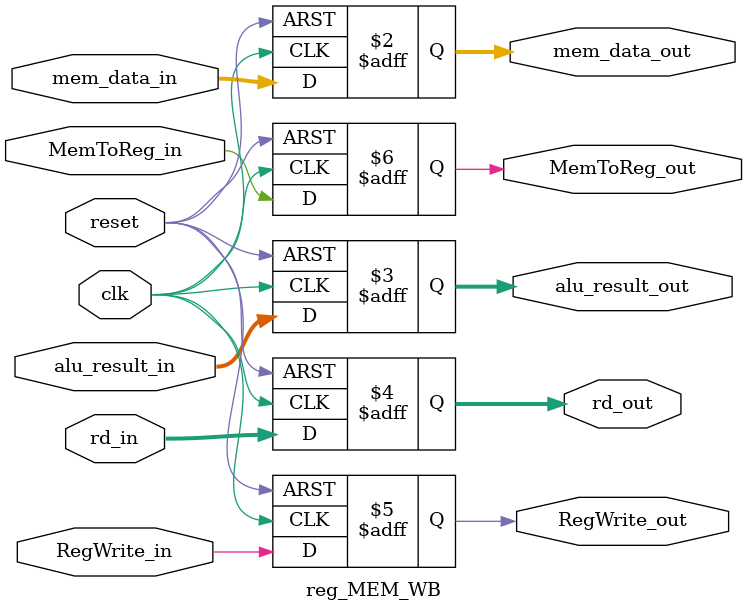
<source format=v>
`ifndef PARAM
    `include "Parametros.v"
`endif

module reg_MEM_WB (
    input wire clk,
    input wire reset,
    
    // mem
    input wire [31:0] mem_data_in,
    input wire [31:0] alu_result_in,
    input wire [4:0] rd_in,
    
    // controle
    input wire RegWrite_in,
    input wire MemToReg_in,
    
    // wb
    output reg [31:0] mem_data_out,
    output reg [31:0] alu_result_out,
    output reg [4:0] rd_out,
    
    output reg RegWrite_out,
    output reg MemToReg_out
);

    always @(posedge clk or posedge reset) begin
        if (reset) begin
            mem_data_out <= 32'b0;
            alu_result_out <= 32'b0;
            rd_out <= 5'b0;
            RegWrite_out <= 1'b0;
            MemToReg_out <= 1'b0;
        end else begin
            mem_data_out <= mem_data_in;
            alu_result_out <= alu_result_in;
            rd_out <= rd_in;
            RegWrite_out <= RegWrite_in;
            MemToReg_out <= MemToReg_in;
        end
    end

endmodule
</source>
